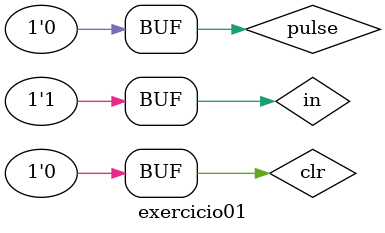
<source format=v>
/*
	Pontificia Universidade Catolica de Minas Gerais
	Instituto de Ciencias Exatas e Informatica – ICEI
	
	Arquitetura de Computadores I
	Tema: Introducao 'a linguagem Verilog e simulacao em Logisim
	
	Guia 13 - 28/10/2021
	
	Matricula: 723185
	Aluno: Danielle Dias Vieira
*/

/*
	Flip-Flop JK
*/

module jkff (output q , output qnot,
             input  j , input  k,
             input clk, input  preset, input clear);

	reg q, qnot;

	always @ ( posedge clk or posedge preset or posedge clear )
		begin
			if (clear)
			begin q<=0; qnot<=1; end
			else
			  if (preset)
			  begin q<=1; qnot<=0; end
			  else
				if (j&~k)
				begin q<=1; qnot<=0; end
				else
				  if (~j&k)
				  begin q<=0; qnot<=1; end
				  else
					if(j&k)
					begin q<=~q; qnot<=~qnot; end
		end
endmodule //fim jkff

/*
	Contador assincrono decrescente com 5 bits de comprimento
*/
module contD5 ( s1, in, pulse, clr );
	output [4:0] s1;
	input  in;
	input  pulse;
	input  clr;
	wire q;

	jkff jk1(q, s1[0], in, in, pulse, 1'b0, clr);
	jkff jk2(q, s1[1], in, in, s1[0], 1'b0, clr);
	jkff jk3(q, s1[2], in, in, s1[1], 1'b0, clr);
	jkff jk4(q, s1[3], in, in, s1[2], 1'b0, clr);
	jkff jk5(q, s1[4], in, in, s1[3], 1'b0, clr);
	
endmodule //contD5 

module exercicio01;
	//--------------------definir dados
	reg clr, in, pulse;    
	wire[4:0] s;
	
	contD5 CONT1 (s, in, pulse, clr);
	
	//------------------parte principal
	initial
		begin : main
			$display ("Exercicio 01 - Danielle Dias Vieira - 723185");
			$display ("Contador assincrono decrescente com 5 bits de comprimento");
			$display ("");
			$display ("Time   Pulse   In   CLR   Binario  Decimal");
			
			//initial values
			pulse = 0;
			clr = 0;  
			in = 0;

			$monitor ("%2d  - %4b %6b %4b %9b %6d", $time, pulse, in, clr, s, s);
					
			//input signal changing
			/**/
			#1 clr = 1'b1; 
			#1 clr = 1'b0;
			#1 in = 1'b1; pulse = 1'b1;
			#1 in = 1'b1; pulse = 1'b0;
			#1 in = 1'b1; pulse = 1'b1;
			#1 in = 1'b1; pulse = 1'b0;
			#1 in = 1'b1; pulse = 1'b1;
			#1 in = 1'b1; pulse = 1'b0;
			#1 in = 1'b1; pulse = 1'b1;
			#1 in = 1'b1; pulse = 1'b0;
			#1 in = 1'b1; pulse = 1'b1;
			#1 in = 1'b1; pulse = 1'b0;
			#1 in = 1'b1; pulse = 1'b1;
			#1 in = 1'b1; pulse = 1'b0;
			#1 in = 1'b1; pulse = 1'b1;
			#1 in = 1'b1; pulse = 1'b0;
			#1 in = 1'b1; pulse = 1'b1;
			#1 in = 1'b1; pulse = 1'b0;
			#1 in = 1'b1; pulse = 1'b1;
			#1 in = 1'b1; pulse = 1'b0;
			#1 in = 1'b1; pulse = 1'b1;
			#1 in = 1'b1; pulse = 1'b0;
			
			#1 in = 1'b0; pulse = 1'b1;
			#1 in = 1'b0; pulse = 1'b0;
			
			#1 in = 1'b1; pulse = 1'b1;
			#1 in = 1'b1; pulse = 1'b0;
			#1 in = 1'b1; pulse = 1'b1;
			#1 in = 1'b1; pulse = 1'b0;
			#1 in = 1'b1; pulse = 1'b1;
			#1 in = 1'b1; pulse = 1'b0;
			#1 in = 1'b1; pulse = 1'b1;
			#1 in = 1'b1; pulse = 1'b0;
			#1 in = 1'b1; pulse = 1'b1;
			#1 in = 1'b1; pulse = 1'b0;
			#1 in = 1'b1; pulse = 1'b1;
			#1 in = 1'b1; pulse = 1'b0;
			#1 in = 1'b1; pulse = 1'b1;
			#1 in = 1'b1; pulse = 1'b0;
			#1 in = 1'b1; pulse = 1'b1;
			#1 in = 1'b1; pulse = 1'b0;
			#1 in = 1'b1; pulse = 1'b1;
			#1 in = 1'b1; pulse = 1'b0;
			#1 in = 1'b1; pulse = 1'b1;
			#1 in = 1'b1; pulse = 1'b0;
			
			#1 in = 1'b0; pulse = 1'b1;
			#1 in = 1'b1; pulse = 1'b0;
			
			#1 in = 1'b1; pulse = 1'b1;
			#1 in = 1'b1; pulse = 1'b0;
			#1 in = 1'b1; pulse = 1'b1;
			#1 in = 1'b1; pulse = 1'b0;
			#1 in = 1'b1; pulse = 1'b1;
			#1 in = 1'b1; pulse = 1'b0;
			#1 in = 1'b1; pulse = 1'b1;
			#1 in = 1'b1; pulse = 1'b0;
			#1 in = 1'b1; pulse = 1'b1;
			#1 in = 1'b1; pulse = 1'b0;
			#1 in = 1'b1; pulse = 1'b1;
			#1 in = 1'b1; pulse = 1'b0;
			#1 in = 1'b1; pulse = 1'b1;
			#1 in = 1'b1; pulse = 1'b0;
			#1 in = 1'b1; pulse = 1'b1;
			#1 in = 1'b1; pulse = 1'b0;
			#1 in = 1'b1; pulse = 1'b1;
			#1 in = 1'b1; pulse = 1'b0;
			#1 in = 1'b1; pulse = 1'b1;
			#1 in = 1'b1; pulse = 1'b0;
			
			#1 in = 1'b1; pulse = 1'b1;
			#1 in = 1'b1; pulse = 1'b0;
			#1 in = 1'b1; pulse = 1'b1;
			#1 in = 1'b1; pulse = 1'b0;
			#1 in = 1'b1; pulse = 1'b1;
			#1 in = 1'b1; pulse = 1'b0;
			#1 in = 1'b1; pulse = 1'b1;
			#1 in = 1'b1; pulse = 1'b0;
			
			#1 clr = 1'b1; 
			#1 clr = 1'b0;

		end
endmodule //fim exercicio01

/*
Exercicio 01 - Danielle Dias Vieira - 723185
Contador assincrono decrescente com 5 bits de comprimento

Time   Pulse   In   CLR   Binario  Decimal
 0  -    0      0    0     xxxxx      x
 1  -    0      0    1     11111     31
 2  -    0      0    0     11111     31
 3  -    1      1    0     11110     30
 4  -    0      1    0     11110     30
 5  -    1      1    0     11101     29
 6  -    0      1    0     11101     29
 7  -    1      1    0     11100     28
 8  -    0      1    0     11100     28
 9  -    1      1    0     11011     27
10  -    0      1    0     11011     27
11  -    1      1    0     11010     26
12  -    0      1    0     11010     26
13  -    1      1    0     11001     25
14  -    0      1    0     11001     25
15  -    1      1    0     11000     24
16  -    0      1    0     11000     24
17  -    1      1    0     10111     23
18  -    0      1    0     10111     23
19  -    1      1    0     10110     22
20  -    0      1    0     10110     22
21  -    1      1    0     10101     21
22  -    0      1    0     10101     21
23  -    1      0    0     10101     21
24  -    0      0    0     10101     21
25  -    1      1    0     10100     20
26  -    0      1    0     10100     20
27  -    1      1    0     10011     19
28  -    0      1    0     10011     19
29  -    1      1    0     10010     18
30  -    0      1    0     10010     18
31  -    1      1    0     10001     17
32  -    0      1    0     10001     17
33  -    1      1    0     10000     16
34  -    0      1    0     10000     16
35  -    1      1    0     01111     15
36  -    0      1    0     01111     15
37  -    1      1    0     01110     14
38  -    0      1    0     01110     14
39  -    1      1    0     01101     13
40  -    0      1    0     01101     13
41  -    1      1    0     01100     12
42  -    0      1    0     01100     12
43  -    1      1    0     01011     11
44  -    0      1    0     01011     11
45  -    1      0    0     01011     11
46  -    0      1    0     01011     11
47  -    1      1    0     01010     10
48  -    0      1    0     01010     10
49  -    1      1    0     01001      9
50  -    0      1    0     01001      9
51  -    1      1    0     01000      8
52  -    0      1    0     01000      8
53  -    1      1    0     00111      7
54  -    0      1    0     00111      7
55  -    1      1    0     00110      6
56  -    0      1    0     00110      6
57  -    1      1    0     00101      5
58  -    0      1    0     00101      5
59  -    1      1    0     00100      4
60  -    0      1    0     00100      4
61  -    1      1    0     00011      3
62  -    0      1    0     00011      3
63  -    1      1    0     00010      2
64  -    0      1    0     00010      2
65  -    1      1    0     00001      1
66  -    0      1    0     00001      1
67  -    1      1    0     00000      0
68  -    0      1    0     00000      0
69  -    1      1    0     11111     31
70  -    0      1    0     11111     31
71  -    1      1    0     11110     30
72  -    0      1    0     11110     30
73  -    1      1    0     11101     29
74  -    0      1    0     11101     29
75  -    0      1    1     11111     31
76  -    0      1    0     11111     31
*/

</source>
